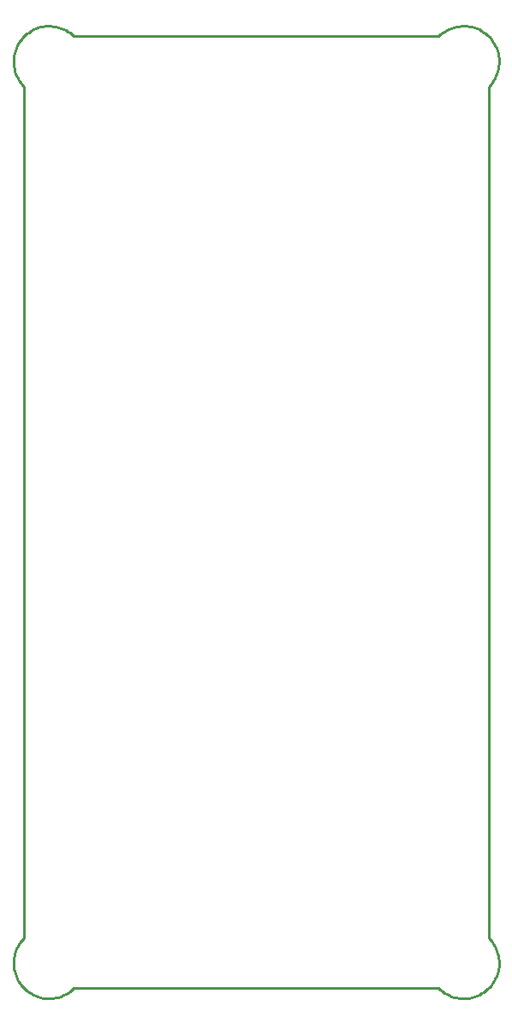
<source format=gm1>
G04*
G04 #@! TF.GenerationSoftware,Altium Limited,Altium Designer,23.8.1 (32)*
G04*
G04 Layer_Color=16711935*
%FSLAX25Y25*%
%MOIN*%
G70*
G04*
G04 #@! TF.SameCoordinates,42C2680F-6346-4846-91F9-FAAF1016F3F0*
G04*
G04*
G04 #@! TF.FilePolarity,Positive*
G04*
G01*
G75*
%ADD13C,0.01000*%
D13*
X511712Y486122D02*
X510975Y486807D01*
X510190Y487436D01*
X509361Y488007D01*
X508492Y488516D01*
X507588Y488959D01*
X506655Y489336D01*
X505697Y489643D01*
X504718Y489880D01*
X503725Y490045D01*
X502723Y490137D01*
X501717Y490155D01*
X500712Y490100D01*
X499714Y489972D01*
X498727Y489771D01*
X497758Y489499D01*
X496812Y489156D01*
X495893Y488746D01*
X495006Y488269D01*
X494157Y487729D01*
X493349Y487129D01*
X492587Y486471D01*
X491876Y485759D01*
X491218Y484997D01*
X490617Y484190D01*
X490077Y483340D01*
X489601Y482454D01*
X489190Y481535D01*
X488848Y480588D01*
X488576Y479619D01*
X488375Y478633D01*
X488246Y477635D01*
X488191Y476630D01*
X488210Y475623D01*
X488302Y474621D01*
X488466Y473628D01*
X488703Y472650D01*
X489010Y471691D01*
X489387Y470758D01*
X489831Y469855D01*
X490340Y468986D01*
X490910Y468157D01*
X491540Y467372D01*
X492225Y466634D01*
Y135728D02*
X491540Y134991D01*
X490910Y134205D01*
X490340Y133376D01*
X489831Y132508D01*
X489387Y131604D01*
X489010Y130671D01*
X488703Y129712D01*
X488466Y128734D01*
X488302Y127741D01*
X488210Y126739D01*
X488191Y125733D01*
X488246Y124728D01*
X488375Y123729D01*
X488576Y122743D01*
X488848Y121774D01*
X489190Y120827D01*
X489601Y119908D01*
X490077Y119022D01*
X490617Y118173D01*
X491218Y117365D01*
X491876Y116603D01*
X492587Y115891D01*
X493349Y115233D01*
X494157Y114633D01*
X495006Y114093D01*
X495893Y113617D01*
X496812Y113206D01*
X497758Y112864D01*
X498727Y112591D01*
X499714Y112390D01*
X500712Y112262D01*
X501717Y112207D01*
X502723Y112225D01*
X503725Y112317D01*
X504718Y112482D01*
X505697Y112719D01*
X506655Y113026D01*
X507588Y113403D01*
X508492Y113847D01*
X509360Y114355D01*
X510190Y114926D01*
X510975Y115555D01*
X511712Y116241D01*
X653642Y116241D02*
X654379Y115555D01*
X655165Y114926D01*
X655994Y114355D01*
X656862Y113847D01*
X657766Y113403D01*
X658699Y113026D01*
X659658Y112719D01*
X660636Y112482D01*
X661629Y112317D01*
X662631Y112225D01*
X663637Y112207D01*
X664642Y112262D01*
X665641Y112390D01*
X666627Y112591D01*
X667596Y112864D01*
X668542Y113206D01*
X669461Y113617D01*
X670348Y114093D01*
X671198Y114633D01*
X672005Y115233D01*
X672767Y115891D01*
X673479Y116603D01*
X674137Y117365D01*
X674737Y118173D01*
X675277Y119022D01*
X675753Y119908D01*
X676164Y120827D01*
X676506Y121774D01*
X676779Y122743D01*
X676980Y123729D01*
X677108Y124727D01*
X677163Y125733D01*
X677145Y126739D01*
X677053Y127741D01*
X676888Y128734D01*
X676651Y129712D01*
X676344Y130671D01*
X675967Y131604D01*
X675523Y132508D01*
X675015Y133376D01*
X674444Y134205D01*
X673815Y134991D01*
X673130Y135728D01*
X673129Y466634D02*
X673815Y467372D01*
X674444Y468157D01*
X675015Y468986D01*
X675523Y469855D01*
X675967Y470758D01*
X676344Y471691D01*
X676651Y472650D01*
X676888Y473628D01*
X677053Y474621D01*
X677145Y475623D01*
X677163Y476630D01*
X677108Y477635D01*
X676980Y478633D01*
X676779Y479619D01*
X676506Y480588D01*
X676164Y481535D01*
X675754Y482454D01*
X675277Y483340D01*
X674737Y484190D01*
X674137Y484997D01*
X673479Y485759D01*
X672767Y486471D01*
X672005Y487129D01*
X671198Y487729D01*
X670348Y488269D01*
X669462Y488746D01*
X668543Y489156D01*
X667596Y489499D01*
X666627Y489771D01*
X665641Y489972D01*
X664643Y490100D01*
X663638Y490155D01*
X662631Y490137D01*
X661629Y490045D01*
X660636Y489880D01*
X659658Y489644D01*
X658699Y489336D01*
X657766Y488959D01*
X656863Y488516D01*
X655994Y488007D01*
X655165Y487436D01*
X654380Y486807D01*
X653642Y486122D01*
X673228Y135827D02*
Y466535D01*
X511811Y116142D02*
X653543D01*
X492126Y135827D02*
Y466535D01*
X511811Y486221D02*
X519685D01*
X653543D01*
M02*

</source>
